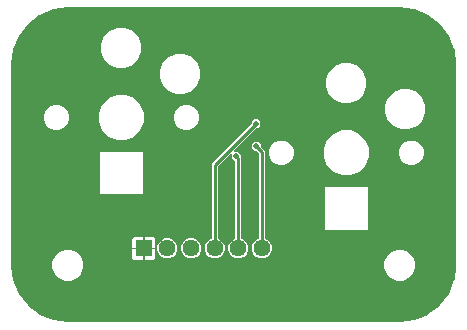
<source format=gtl>
G04 EAGLE Gerber RS-274X export*
G75*
%MOMM*%
%FSLAX34Y34*%
%LPD*%
%INTop Copper*%
%IPPOS*%
%AMOC8*
5,1,8,0,0,1.08239X$1,22.5*%
G01*
G04 Define Apertures*
%ADD10R,1.440000X1.440000*%
%ADD11C,1.440000*%
%ADD12C,0.254000*%
%ADD13C,0.502400*%
G36*
X140599Y-173243D02*
X140500Y-173250D01*
X-140500Y-173250D01*
X-140599Y-173243D01*
X-152826Y-171634D01*
X-153018Y-171582D01*
X-164411Y-166863D01*
X-164583Y-166764D01*
X-174366Y-159257D01*
X-174507Y-159116D01*
X-182014Y-149333D01*
X-182113Y-149161D01*
X-186832Y-137768D01*
X-186884Y-137576D01*
X-188493Y-125349D01*
X-188500Y-125250D01*
X-188500Y45250D01*
X-188493Y45349D01*
X-186884Y57576D01*
X-186832Y57768D01*
X-182113Y69161D01*
X-182014Y69333D01*
X-174507Y79116D01*
X-174366Y79257D01*
X-164583Y86764D01*
X-164411Y86863D01*
X-153018Y91582D01*
X-152826Y91634D01*
X-140599Y93243D01*
X-140500Y93250D01*
X140500Y93250D01*
X140599Y93243D01*
X152826Y91634D01*
X153018Y91582D01*
X164411Y86863D01*
X164583Y86764D01*
X174366Y79257D01*
X174507Y79116D01*
X182014Y69333D01*
X182113Y69161D01*
X186832Y57768D01*
X186884Y57576D01*
X188493Y45349D01*
X188500Y45250D01*
X188500Y-125250D01*
X188493Y-125349D01*
X186884Y-137576D01*
X186832Y-137768D01*
X182113Y-149161D01*
X182014Y-149333D01*
X174507Y-159116D01*
X174366Y-159257D01*
X164583Y-166764D01*
X164411Y-166863D01*
X153018Y-171582D01*
X152826Y-171634D01*
X140599Y-173243D01*
G37*
%LPC*%
G36*
X-98632Y42000D02*
X-91868Y42000D01*
X-85620Y44588D01*
X-80838Y49370D01*
X-78250Y55618D01*
X-78250Y62382D01*
X-80838Y68630D01*
X-85620Y73412D01*
X-91868Y76000D01*
X-98632Y76000D01*
X-104880Y73412D01*
X-109662Y68630D01*
X-112250Y62382D01*
X-112250Y55618D01*
X-109662Y49370D01*
X-104880Y44588D01*
X-98632Y42000D01*
G37*
G36*
X-48632Y20000D02*
X-41868Y20000D01*
X-35620Y22588D01*
X-30838Y27370D01*
X-28250Y33618D01*
X-28250Y40382D01*
X-30838Y46630D01*
X-35620Y51412D01*
X-41868Y54000D01*
X-48632Y54000D01*
X-54880Y51412D01*
X-59662Y46630D01*
X-62250Y40382D01*
X-62250Y33618D01*
X-59662Y27370D01*
X-54880Y22588D01*
X-48632Y20000D01*
G37*
G36*
X91868Y12000D02*
X98632Y12000D01*
X104880Y14588D01*
X109662Y19370D01*
X112250Y25618D01*
X112250Y32382D01*
X109662Y38630D01*
X104880Y43412D01*
X98632Y46000D01*
X91868Y46000D01*
X85620Y43412D01*
X80838Y38630D01*
X78250Y32382D01*
X78250Y25618D01*
X80838Y19370D01*
X85620Y14588D01*
X91868Y12000D01*
G37*
G36*
X141868Y-10000D02*
X148632Y-10000D01*
X154880Y-7412D01*
X159662Y-2630D01*
X162250Y3618D01*
X162250Y10382D01*
X159662Y16630D01*
X154880Y21412D01*
X148632Y24000D01*
X141868Y24000D01*
X135620Y21412D01*
X130838Y16630D01*
X128250Y10382D01*
X128250Y3618D01*
X130838Y-2630D01*
X135620Y-7412D01*
X141868Y-10000D01*
G37*
G36*
X-99029Y-19000D02*
X-91471Y-19000D01*
X-84487Y-16107D01*
X-79143Y-10763D01*
X-76250Y-3779D01*
X-76250Y3779D01*
X-79143Y10763D01*
X-84487Y16107D01*
X-91471Y19000D01*
X-99029Y19000D01*
X-106013Y16107D01*
X-111357Y10763D01*
X-114250Y3779D01*
X-114250Y-3779D01*
X-111357Y-10763D01*
X-106013Y-16107D01*
X-99029Y-19000D01*
G37*
G36*
X-42339Y-10500D02*
X-38161Y-10500D01*
X-34302Y-8901D01*
X-31349Y-5948D01*
X-29750Y-2089D01*
X-29750Y2089D01*
X-31349Y5948D01*
X-34302Y8901D01*
X-38161Y10500D01*
X-42339Y10500D01*
X-46198Y8901D01*
X-49151Y5948D01*
X-50750Y2089D01*
X-50750Y-2089D01*
X-49151Y-5948D01*
X-46198Y-8901D01*
X-42339Y-10500D01*
G37*
G36*
X-152339Y-10500D02*
X-148161Y-10500D01*
X-144302Y-8901D01*
X-141349Y-5948D01*
X-139750Y-2089D01*
X-139750Y2089D01*
X-141349Y5948D01*
X-144302Y8901D01*
X-148161Y10500D01*
X-152339Y10500D01*
X-156198Y8901D01*
X-159151Y5948D01*
X-160750Y2089D01*
X-160750Y-2089D01*
X-159151Y-5948D01*
X-156198Y-8901D01*
X-152339Y-10500D01*
G37*
G36*
X-17885Y-119370D02*
X-14515Y-119370D01*
X-11402Y-118081D01*
X-9020Y-115698D01*
X-7730Y-112585D01*
X-7730Y-109215D01*
X-9020Y-106102D01*
X-11402Y-103720D01*
X-13190Y-102979D01*
X-13428Y-102822D01*
X-13600Y-102572D01*
X-13660Y-102275D01*
X-13660Y-41768D01*
X-13604Y-41482D01*
X-13437Y-41229D01*
X-2983Y-30775D01*
X-2763Y-30622D01*
X-2468Y-30552D01*
X-2169Y-30603D01*
X-1914Y-30766D01*
X-1742Y-31017D01*
X-1682Y-31314D01*
X-1682Y-34467D01*
X542Y-36690D01*
X773Y-36733D01*
X1028Y-36897D01*
X1200Y-37147D01*
X1260Y-37444D01*
X1260Y-102275D01*
X1207Y-102555D01*
X1041Y-102810D01*
X790Y-102979D01*
X-998Y-103720D01*
X-3381Y-106102D01*
X-4670Y-109215D01*
X-4670Y-112585D01*
X-3381Y-115698D01*
X-998Y-118081D01*
X2115Y-119370D01*
X5485Y-119370D01*
X8598Y-118081D01*
X10981Y-115698D01*
X12270Y-112585D01*
X12270Y-109215D01*
X10981Y-106102D01*
X8598Y-103720D01*
X6810Y-102979D01*
X6572Y-102822D01*
X6400Y-102572D01*
X6340Y-102275D01*
X6340Y-33548D01*
X6105Y-33313D01*
X5942Y-33072D01*
X5882Y-32774D01*
X5882Y-31333D01*
X3667Y-29118D01*
X514Y-29118D01*
X250Y-29071D01*
X-8Y-28912D01*
X-183Y-28664D01*
X-248Y-28368D01*
X-193Y-28070D01*
X-25Y-27817D01*
X18387Y-9405D01*
X18629Y-9242D01*
X18926Y-9182D01*
X20367Y-9182D01*
X22582Y-6967D01*
X22582Y-3833D01*
X20367Y-1618D01*
X17233Y-1618D01*
X15018Y-3833D01*
X15018Y-5274D01*
X14962Y-5560D01*
X14795Y-5813D01*
X-18740Y-39348D01*
X-18740Y-102275D01*
X-18793Y-102555D01*
X-18959Y-102810D01*
X-19210Y-102979D01*
X-20998Y-103720D01*
X-23381Y-106102D01*
X-24670Y-109215D01*
X-24670Y-112585D01*
X-23381Y-115698D01*
X-20998Y-118081D01*
X-17885Y-119370D01*
G37*
G36*
X91471Y-49000D02*
X99029Y-49000D01*
X106013Y-46107D01*
X111357Y-40763D01*
X114250Y-33779D01*
X114250Y-26221D01*
X111357Y-19237D01*
X106013Y-13893D01*
X99029Y-11000D01*
X91471Y-11000D01*
X84487Y-13893D01*
X79143Y-19237D01*
X76250Y-26221D01*
X76250Y-33779D01*
X79143Y-40763D01*
X84487Y-46107D01*
X91471Y-49000D01*
G37*
G36*
X148161Y-40500D02*
X152339Y-40500D01*
X156198Y-38901D01*
X159151Y-35948D01*
X160750Y-32089D01*
X160750Y-27911D01*
X159151Y-24052D01*
X156198Y-21099D01*
X152339Y-19500D01*
X148161Y-19500D01*
X144302Y-21099D01*
X141349Y-24052D01*
X139750Y-27911D01*
X139750Y-32089D01*
X141349Y-35948D01*
X144302Y-38901D01*
X148161Y-40500D01*
G37*
G36*
X38161Y-40500D02*
X42339Y-40500D01*
X46198Y-38901D01*
X49151Y-35948D01*
X50750Y-32089D01*
X50750Y-27911D01*
X49151Y-24052D01*
X46198Y-21099D01*
X42339Y-19500D01*
X38161Y-19500D01*
X34302Y-21099D01*
X31349Y-24052D01*
X29750Y-27911D01*
X29750Y-32089D01*
X31349Y-35948D01*
X34302Y-38901D01*
X38161Y-40500D01*
G37*
G36*
X22115Y-119370D02*
X25485Y-119370D01*
X28598Y-118081D01*
X30981Y-115698D01*
X32270Y-112585D01*
X32270Y-109215D01*
X30981Y-106102D01*
X28598Y-103720D01*
X26810Y-102979D01*
X26572Y-102822D01*
X26400Y-102572D01*
X26340Y-102275D01*
X26340Y-27948D01*
X23005Y-24613D01*
X22842Y-24372D01*
X22782Y-24074D01*
X22782Y-22633D01*
X20567Y-20418D01*
X17433Y-20418D01*
X15218Y-22633D01*
X15218Y-25767D01*
X17433Y-27982D01*
X18874Y-27982D01*
X19160Y-28038D01*
X19413Y-28205D01*
X21037Y-29829D01*
X21200Y-30071D01*
X21260Y-30368D01*
X21260Y-102275D01*
X21207Y-102555D01*
X21041Y-102810D01*
X20790Y-102979D01*
X19002Y-103720D01*
X16620Y-106102D01*
X15330Y-109215D01*
X15330Y-112585D01*
X16620Y-115698D01*
X19002Y-118081D01*
X22115Y-119370D01*
G37*
G36*
X-113250Y-65000D02*
X-77250Y-65000D01*
X-77250Y-29000D01*
X-113250Y-29000D01*
X-113250Y-65000D01*
G37*
G36*
X77250Y-95000D02*
X113250Y-95000D01*
X113250Y-59000D01*
X77250Y-59000D01*
X77250Y-95000D01*
G37*
G36*
X-85940Y-110138D02*
X-76962Y-110138D01*
X-76962Y-101160D01*
X-84452Y-101160D01*
X-85940Y-102648D01*
X-85940Y-110138D01*
G37*
G36*
X-75438Y-110138D02*
X-66460Y-110138D01*
X-66460Y-102648D01*
X-67948Y-101160D01*
X-75438Y-101160D01*
X-75438Y-110138D01*
G37*
G36*
X-37885Y-119370D02*
X-34515Y-119370D01*
X-31402Y-118081D01*
X-29020Y-115698D01*
X-27730Y-112585D01*
X-27730Y-109215D01*
X-29020Y-106102D01*
X-31402Y-103720D01*
X-34515Y-102430D01*
X-37885Y-102430D01*
X-40998Y-103720D01*
X-43381Y-106102D01*
X-44670Y-109215D01*
X-44670Y-112585D01*
X-43381Y-115698D01*
X-40998Y-118081D01*
X-37885Y-119370D01*
G37*
G36*
X-57885Y-119370D02*
X-54515Y-119370D01*
X-51402Y-118081D01*
X-49020Y-115698D01*
X-47730Y-112585D01*
X-47730Y-109215D01*
X-49020Y-106102D01*
X-51402Y-103720D01*
X-54515Y-102430D01*
X-57885Y-102430D01*
X-60998Y-103720D01*
X-63381Y-106102D01*
X-64670Y-109215D01*
X-64670Y-112585D01*
X-63381Y-115698D01*
X-60998Y-118081D01*
X-57885Y-119370D01*
G37*
G36*
X-75438Y-120640D02*
X-67948Y-120640D01*
X-66460Y-119152D01*
X-66460Y-111662D01*
X-75438Y-111662D01*
X-75438Y-120640D01*
G37*
G36*
X-84452Y-120640D02*
X-76962Y-120640D01*
X-76962Y-111662D01*
X-85940Y-111662D01*
X-85940Y-119152D01*
X-84452Y-120640D01*
G37*
G36*
X137914Y-138250D02*
X143086Y-138250D01*
X147864Y-136271D01*
X151521Y-132614D01*
X153500Y-127836D01*
X153500Y-122664D01*
X151521Y-117886D01*
X147864Y-114229D01*
X143086Y-112250D01*
X137914Y-112250D01*
X133136Y-114229D01*
X129479Y-117886D01*
X127500Y-122664D01*
X127500Y-127836D01*
X129479Y-132614D01*
X133136Y-136271D01*
X137914Y-138250D01*
G37*
G36*
X-143086Y-138250D02*
X-137914Y-138250D01*
X-133136Y-136271D01*
X-129479Y-132614D01*
X-127500Y-127836D01*
X-127500Y-122664D01*
X-129479Y-117886D01*
X-133136Y-114229D01*
X-137914Y-112250D01*
X-143086Y-112250D01*
X-147864Y-114229D01*
X-151521Y-117886D01*
X-153500Y-122664D01*
X-153500Y-127836D01*
X-151521Y-132614D01*
X-147864Y-136271D01*
X-143086Y-138250D01*
G37*
%LPD*%
D10*
X-76200Y-110900D03*
D11*
X-56200Y-110900D03*
X-36200Y-110900D03*
X-16200Y-110900D03*
X3800Y-110900D03*
X23800Y-110900D03*
D12*
X-16200Y-110900D02*
X-16200Y-40400D01*
X18800Y-5400D01*
D13*
X18800Y-5400D03*
D12*
X3800Y-34600D02*
X3800Y-110900D01*
X3800Y-34600D02*
X2100Y-32900D01*
D13*
X2100Y-32900D03*
X92400Y-100500D03*
X11900Y-51000D03*
X-52100Y-47400D03*
X-23900Y-47400D03*
X-117800Y-69200D03*
X67100Y-97700D03*
X32400Y-71400D03*
X158800Y-151900D03*
X-155500Y-151900D03*
X-171800Y32500D03*
X135100Y46000D03*
X19000Y-24200D03*
D12*
X23800Y-29000D01*
X23800Y-110900D01*
M02*

</source>
